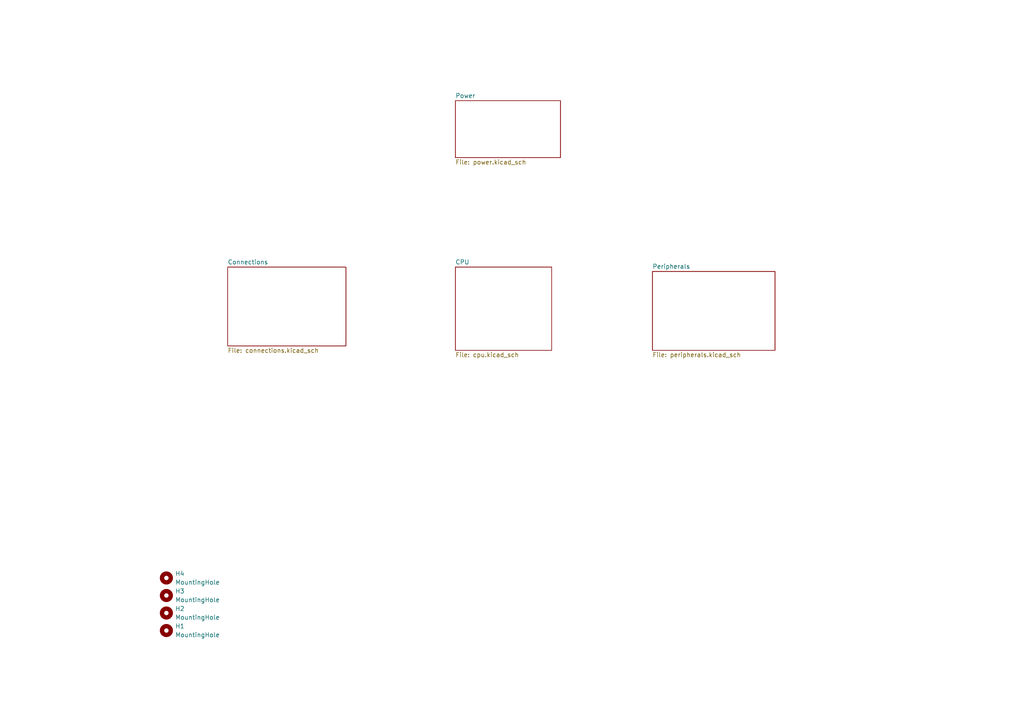
<source format=kicad_sch>
(kicad_sch (version 20250114) (generator "eeschema") (generator_version "9.0")
  (paper "A4")
  (title_block (title "V3s_Dev_Board") (date "2025/2026") (rev "A") (company "J.K.") (comment 1 "SBC prototype for educational purposes, my first project of its kind."))
  (lib_symbols
    (symbol "Mechanical:MountingHole" (pin_names (offset 1.016)) (in_bom no)
      (property "Reference" "H" (at 0 5.08 0))
      (property "Value" "MountingHole" (at 0 3.175 0))
      (symbol "MountingHole_0_1"
        (circle (center 0 0) (radius 1.27) (stroke (width 1.27)))
      )
    )
  )
  (symbol (lib_id "Mechanical:MountingHole") (at 48.26 177.8 0) (unit 1) (in_bom no)
    (property "Reference" "H2" (at 50.8 176.5299 0) (effects (justify left)))
    (property "Value" "MountingHole" (at 50.8 179.0699 0) (effects (justify left)))
    (property "Footprint" "MountingHole:MountingHole_3.2mm_M3" (effects (hide yes)))
    (property "Description" "Mounting Hole without connection" (effects (hide yes)))
  )
  (symbol (lib_id "Mechanical:MountingHole") (at 48.26 182.88 0) (unit 1) (in_bom no)
    (property "Reference" "H1" (at 50.8 181.6099 0) (effects (justify left)))
    (property "Value" "MountingHole" (at 50.8 184.1499 0) (effects (justify left)))
    (property "Footprint" "MountingHole:MountingHole_3.2mm_M3" (effects (hide yes)))
    (property "Description" "Mounting Hole without connection" (effects (hide yes)))
  )
  (symbol (lib_id "Mechanical:MountingHole") (at 48.26 167.64 0) (unit 1) (in_bom no)
    (property "Reference" "H4" (at 50.8 166.3699 0) (effects (justify left)))
    (property "Value" "MountingHole" (at 50.8 168.9099 0) (effects (justify left)))
    (property "Footprint" "MountingHole:MountingHole_3.2mm_M3" (effects (hide yes)))
    (property "Description" "Mounting Hole without connection" (effects (hide yes)))
  )
  (symbol (lib_id "Mechanical:MountingHole") (at 48.26 172.72 0) (unit 1) (in_bom no)
    (property "Reference" "H3" (at 50.8 171.4499 0) (effects (justify left)))
    (property "Value" "MountingHole" (at 50.8 173.9899 0) (effects (justify left)))
    (property "Footprint" "MountingHole:MountingHole_3.2mm_M3" (effects (hide yes)))
    (property "Description" "Mounting Hole without connection" (effects (hide yes)))
  )
  (sheet (at 66.04 77.47) (size 34.29 22.86) (stroke (width 0.1524))
    (property "Sheetname" "Connections" (at 66.04 76.7584 0) (effects (justify left bottom)))
    (property "Sheetfile" "connections.kicad_sch" (at 66.04 100.9146 0) (effects (justify left top)))
  )
  (sheet (at 132.08 77.47) (size 27.94 24.13) (stroke (width 0.1524))
    (property "Sheetname" "CPU" (at 132.08 76.7584 0) (effects (justify left bottom)))
    (property "Sheetfile" "cpu.kicad_sch" (at 132.08 102.1846 0) (effects (justify left top)))
  )
  (sheet (at 189.23 78.74) (size 35.56 22.86) (stroke (width 0.1524))
    (property "Sheetname" "Peripherals" (at 189.23 78.0284 0) (effects (justify left bottom)))
    (property "Sheetfile" "peripherals.kicad_sch" (at 189.23 102.1846 0) (effects (justify left top)))
  )
  (sheet (at 132.08 29.21) (size 30.48 16.51) (stroke (width 0.1524))
    (property "Sheetname" "Power" (at 132.08 28.4984 0) (effects (justify left bottom)))
    (property "Sheetfile" "power.kicad_sch" (at 132.08 46.3046 0) (effects (justify left top)))
  )
)
</source>
